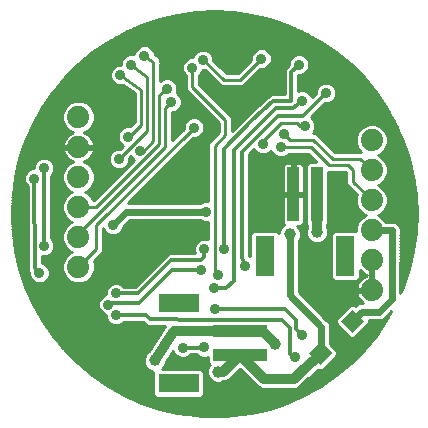
<source format=gbl>
G75*
G70*
%OFA0B0*%
%FSLAX24Y24*%
%IPPOS*%
%LPD*%
%AMOC8*
5,1,8,0,0,1.08239X$1,22.5*
%
%ADD10C,0.0740*%
%ADD11R,0.0394X0.1811*%
%ADD12R,0.0630X0.1339*%
%ADD13R,0.1811X0.0394*%
%ADD14R,0.1339X0.0630*%
%ADD15R,0.0551X0.0551*%
%ADD16C,0.0357*%
%ADD17C,0.0100*%
%ADD18C,0.0320*%
%ADD19C,0.0240*%
%ADD20C,0.0396*%
%ADD21C,0.0120*%
D10*
X003059Y005809D03*
X003059Y006809D03*
X003059Y007809D03*
X003059Y008809D03*
X003059Y009809D03*
X003059Y010809D03*
X012834Y010034D03*
X012834Y009034D03*
X012834Y008034D03*
X012834Y007034D03*
X012834Y006034D03*
X012834Y005034D03*
D11*
X011001Y008234D03*
X010213Y008234D03*
D12*
X009268Y006186D03*
X011946Y006186D03*
D13*
X008446Y003673D03*
X008446Y002885D03*
D14*
X006398Y001940D03*
X006398Y004618D03*
D15*
G36*
X011518Y002940D02*
X011130Y002552D01*
X010742Y002940D01*
X011130Y003328D01*
X011518Y002940D01*
G37*
G36*
X012576Y003998D02*
X012188Y003610D01*
X011800Y003998D01*
X012188Y004386D01*
X012576Y003998D01*
G37*
D16*
X010509Y003559D03*
X010279Y002819D03*
X010569Y002409D03*
X007599Y004409D03*
X007579Y005099D03*
X007709Y005559D03*
X007159Y005699D03*
X007259Y006409D03*
X007209Y007059D03*
X006809Y007209D03*
X007309Y007659D03*
X007259Y008159D03*
X007259Y008559D03*
X006109Y008359D03*
X005109Y009684D03*
X004709Y010159D03*
X004409Y009409D03*
X004259Y008909D03*
X004209Y007209D03*
X005069Y005899D03*
X004319Y004929D03*
X004059Y004559D03*
X004309Y004209D03*
X003549Y003139D03*
X003939Y002789D03*
X003479Y002659D03*
X001759Y005609D03*
X001909Y006509D03*
X001589Y008759D03*
X001909Y009109D03*
X004459Y012209D03*
X004809Y012559D03*
X005259Y012859D03*
X006009Y011759D03*
X006159Y011309D03*
X006509Y010859D03*
X006909Y010459D03*
X007359Y012009D03*
X006859Y012459D03*
X007209Y012709D03*
X008449Y013049D03*
X009159Y012759D03*
X009409Y011659D03*
X010409Y012559D03*
X011309Y011609D03*
X010509Y011359D03*
X010609Y010509D03*
X009909Y010259D03*
X009809Y009809D03*
X009209Y009909D03*
X007919Y006409D03*
X008609Y005859D03*
X007243Y003133D03*
X006543Y003123D03*
D17*
X005260Y002826D02*
X002804Y002826D01*
X002706Y002925D02*
X005314Y002925D01*
X005291Y002902D02*
X005395Y003005D01*
X005419Y003015D01*
X005950Y003827D01*
X005951Y003831D01*
X005443Y003833D01*
X005348Y003833D01*
X005347Y003833D01*
X005280Y003901D01*
X005202Y003979D01*
X004572Y003979D01*
X004506Y003914D01*
X004378Y003861D01*
X004240Y003861D01*
X004112Y003914D01*
X004014Y004012D01*
X003961Y004140D01*
X003961Y004223D01*
X003862Y004264D01*
X003764Y004362D01*
X003711Y004490D01*
X003711Y004628D01*
X003764Y004756D01*
X003862Y004854D01*
X003971Y004900D01*
X003971Y004998D01*
X004024Y005126D01*
X004122Y005224D01*
X004250Y005277D01*
X004388Y005277D01*
X004516Y005224D01*
X004582Y005159D01*
X004943Y005159D01*
X005929Y006154D01*
X005929Y006154D01*
X005996Y006221D01*
X006063Y006289D01*
X006063Y006289D01*
X006064Y006289D01*
X006159Y006289D01*
X006253Y006289D01*
X006254Y006289D01*
X006932Y006289D01*
X006911Y006340D01*
X006911Y006478D01*
X006964Y006606D01*
X007062Y006704D01*
X007190Y006757D01*
X007328Y006757D01*
X007389Y006732D01*
X007389Y007315D01*
X007378Y007311D01*
X007240Y007311D01*
X007112Y007364D01*
X007106Y007369D01*
X004779Y007369D01*
X004557Y007147D01*
X004557Y007140D01*
X004504Y007012D01*
X004406Y006914D01*
X004278Y006861D01*
X004140Y006861D01*
X004012Y006914D01*
X003914Y007012D01*
X003879Y007095D01*
X003879Y006318D01*
X003750Y006189D01*
X003563Y006002D01*
X003599Y005916D01*
X003599Y005702D01*
X003517Y005503D01*
X003365Y005351D01*
X003166Y005269D01*
X002952Y005269D01*
X002753Y005351D01*
X002601Y005503D01*
X002519Y005702D01*
X002519Y005916D01*
X002601Y006115D01*
X002753Y006267D01*
X002855Y006309D01*
X002753Y006351D01*
X002601Y006503D01*
X002519Y006702D01*
X002519Y006916D01*
X002601Y007115D01*
X002753Y007267D01*
X002855Y007309D01*
X002753Y007351D01*
X002601Y007503D01*
X002519Y007702D01*
X002519Y007916D01*
X002601Y008115D01*
X002753Y008267D01*
X002855Y008309D01*
X002753Y008351D01*
X002601Y008503D01*
X002519Y008702D01*
X002519Y008916D01*
X002601Y009115D01*
X002753Y009267D01*
X002881Y009320D01*
X002859Y009327D01*
X002786Y009364D01*
X002720Y009412D01*
X002662Y009470D01*
X002614Y009536D01*
X002577Y009609D01*
X002552Y009687D01*
X002540Y009759D01*
X003009Y009759D01*
X003009Y009859D01*
X002540Y009859D01*
X002552Y009931D01*
X002577Y010009D01*
X002614Y010082D01*
X002662Y010148D01*
X002720Y010206D01*
X002786Y010254D01*
X002859Y010291D01*
X002881Y010298D01*
X002753Y010351D01*
X002601Y010503D01*
X002519Y010702D01*
X002519Y010916D01*
X002601Y011115D01*
X002753Y011267D01*
X002952Y011349D01*
X003166Y011349D01*
X003365Y011267D01*
X003517Y011115D01*
X003599Y010916D01*
X003599Y010702D01*
X003517Y010503D01*
X003365Y010351D01*
X003237Y010298D01*
X003259Y010291D01*
X003332Y010254D01*
X003398Y010206D01*
X003456Y010148D01*
X003504Y010082D01*
X003541Y010009D01*
X003566Y009931D01*
X003578Y009859D01*
X003109Y009859D01*
X003109Y009759D01*
X003578Y009759D01*
X003566Y009687D01*
X003541Y009609D01*
X003504Y009536D01*
X003456Y009470D01*
X003398Y009412D01*
X003332Y009364D01*
X003259Y009327D01*
X003237Y009320D01*
X003365Y009267D01*
X003517Y009115D01*
X003599Y008916D01*
X003599Y008702D01*
X003517Y008503D01*
X003365Y008351D01*
X003263Y008309D01*
X003365Y008267D01*
X003517Y008115D01*
X003552Y008029D01*
X003568Y008029D01*
X004923Y009384D01*
X004912Y009389D01*
X004814Y009487D01*
X004809Y009498D01*
X004757Y009446D01*
X004757Y009340D01*
X004704Y009212D01*
X004606Y009114D01*
X004478Y009061D01*
X004340Y009061D01*
X004212Y009114D01*
X004114Y009212D01*
X004061Y009340D01*
X004061Y009478D01*
X004114Y009606D01*
X004212Y009704D01*
X004340Y009757D01*
X004446Y009757D01*
X004541Y009852D01*
X004512Y009864D01*
X004414Y009962D01*
X004361Y010090D01*
X004361Y010228D01*
X004414Y010356D01*
X004512Y010454D01*
X004640Y010507D01*
X004778Y010507D01*
X004791Y010502D01*
X004939Y010650D01*
X004939Y011596D01*
X004554Y011871D01*
X004528Y011861D01*
X004390Y011861D01*
X004262Y011914D01*
X004164Y012012D01*
X004111Y012140D01*
X004111Y012278D01*
X004164Y012406D01*
X004262Y012504D01*
X004390Y012557D01*
X004461Y012557D01*
X004461Y012628D01*
X004514Y012756D01*
X004612Y012854D01*
X004740Y012907D01*
X004878Y012907D01*
X004911Y012894D01*
X004911Y012928D01*
X004964Y013056D01*
X005062Y013154D01*
X005190Y013207D01*
X005328Y013207D01*
X005456Y013154D01*
X005554Y013056D01*
X005607Y012928D01*
X005607Y012891D01*
X005626Y012879D01*
X005650Y012879D01*
X005699Y012830D01*
X005757Y012792D01*
X005762Y012767D01*
X005779Y012750D01*
X005779Y012681D01*
X005793Y012613D01*
X005779Y012592D01*
X005779Y012022D01*
X005812Y012054D01*
X005940Y012107D01*
X006078Y012107D01*
X006206Y012054D01*
X006304Y011956D01*
X006357Y011828D01*
X006357Y011690D01*
X006327Y011617D01*
X006356Y011604D01*
X006454Y011506D01*
X006507Y011378D01*
X006507Y011240D01*
X006454Y011112D01*
X006356Y011014D01*
X006228Y010961D01*
X006179Y010961D01*
X006179Y010040D01*
X006561Y010422D01*
X006561Y010528D01*
X006614Y010656D01*
X006712Y010754D01*
X006840Y010807D01*
X006978Y010807D01*
X007106Y010754D01*
X007204Y010656D01*
X007257Y010528D01*
X007257Y010390D01*
X007204Y010262D01*
X007106Y010164D01*
X006978Y010111D01*
X006872Y010111D01*
X004710Y007949D01*
X007106Y007949D01*
X007112Y007954D01*
X007240Y008007D01*
X007378Y008007D01*
X007389Y008003D01*
X007389Y009950D01*
X007739Y010300D01*
X007739Y010618D01*
X006768Y011589D01*
X006639Y011718D01*
X006639Y012186D01*
X006564Y012262D01*
X006511Y012390D01*
X006511Y012528D01*
X006564Y012656D01*
X006662Y012754D01*
X006790Y012807D01*
X006873Y012807D01*
X006914Y012906D01*
X007012Y013004D01*
X007140Y013057D01*
X007278Y013057D01*
X007406Y013004D01*
X007504Y012906D01*
X007557Y012778D01*
X007557Y012686D01*
X007995Y012279D01*
X008368Y012279D01*
X008811Y012722D01*
X008811Y012828D01*
X008864Y012956D01*
X008962Y013054D01*
X009090Y013107D01*
X009228Y013107D01*
X009356Y013054D01*
X009454Y012956D01*
X009507Y012828D01*
X009507Y012690D01*
X009454Y012562D01*
X009356Y012464D01*
X009228Y012411D01*
X009122Y012411D01*
X008550Y011839D01*
X007913Y011839D01*
X007826Y011836D01*
X007823Y011839D01*
X007818Y011839D01*
X007756Y011901D01*
X007261Y012361D01*
X007195Y012361D01*
X007154Y012262D01*
X007079Y012186D01*
X007079Y011900D01*
X008179Y010800D01*
X008179Y010354D01*
X008633Y010808D01*
X008633Y010813D01*
X008699Y010875D01*
X008764Y010939D01*
X008769Y010939D01*
X009399Y011525D01*
X009464Y011589D01*
X009469Y011589D01*
X009472Y011592D01*
X009563Y011589D01*
X009929Y011589D01*
X009929Y012404D01*
X010061Y012536D01*
X010061Y012628D01*
X010114Y012756D01*
X010212Y012854D01*
X010340Y012907D01*
X010478Y012907D01*
X010606Y012854D01*
X010704Y012756D01*
X010757Y012628D01*
X010757Y012490D01*
X010704Y012362D01*
X010606Y012264D01*
X010478Y012211D01*
X010389Y012211D01*
X010389Y011686D01*
X010440Y011707D01*
X010578Y011707D01*
X010706Y011654D01*
X010804Y011556D01*
X010842Y011467D01*
X010961Y011586D01*
X010961Y011678D01*
X011014Y011806D01*
X011112Y011904D01*
X011240Y011957D01*
X011378Y011957D01*
X011506Y011904D01*
X011604Y011806D01*
X011657Y011678D01*
X011657Y011540D01*
X011604Y011412D01*
X011506Y011314D01*
X011378Y011261D01*
X011286Y011261D01*
X010818Y010793D01*
X010904Y010706D01*
X010905Y010706D02*
X013562Y010706D01*
X013617Y010608D02*
X010945Y010608D01*
X010957Y010578D02*
X010904Y010706D01*
X010830Y010805D02*
X013507Y010805D01*
X013452Y010903D02*
X010928Y010903D01*
X011027Y011002D02*
X013397Y011002D01*
X013342Y011100D02*
X011125Y011100D01*
X011224Y011199D02*
X013279Y011199D01*
X013322Y011136D02*
X013625Y010592D01*
X013877Y010021D01*
X014075Y009430D01*
X014218Y008823D01*
X014304Y008206D01*
X014333Y007583D01*
X014304Y006960D01*
X014218Y006343D01*
X014075Y005736D01*
X013877Y005145D01*
X013784Y004933D01*
X013793Y006976D01*
X013793Y007033D01*
X013793Y007090D01*
X013793Y007091D01*
X013793Y007092D01*
X013771Y007144D01*
X013750Y007197D01*
X013749Y007198D01*
X013708Y007239D01*
X013668Y007279D01*
X013668Y007279D01*
X013667Y007280D01*
X013615Y007302D01*
X013562Y007324D01*
X013561Y007324D01*
X013504Y007324D01*
X013447Y007324D01*
X013446Y007324D01*
X013298Y007324D01*
X013292Y007340D01*
X013140Y007492D01*
X013038Y007534D01*
X013140Y007576D01*
X013292Y007728D01*
X013374Y007927D01*
X013374Y008141D01*
X013292Y008340D01*
X013140Y008492D01*
X013038Y008534D01*
X013140Y008576D01*
X013292Y008728D01*
X013374Y008927D01*
X013374Y009141D01*
X013292Y009340D01*
X013140Y009492D01*
X013038Y009534D01*
X013140Y009576D01*
X013292Y009728D01*
X013374Y009927D01*
X013374Y010141D01*
X013292Y010340D01*
X013140Y010492D01*
X012941Y010574D01*
X012727Y010574D01*
X012528Y010492D01*
X012376Y010340D01*
X012294Y010141D01*
X012294Y009927D01*
X012376Y009728D01*
X012475Y009629D01*
X011618Y009629D01*
X011103Y010144D01*
X010974Y010273D01*
X010866Y010273D01*
X010904Y010312D01*
X010957Y010440D01*
X010957Y010578D01*
X010957Y010509D02*
X012570Y010509D01*
X012447Y010411D02*
X010945Y010411D01*
X010905Y010312D02*
X012365Y010312D01*
X012324Y010214D02*
X011034Y010214D01*
X011132Y010115D02*
X012294Y010115D01*
X012294Y010017D02*
X011231Y010017D01*
X011329Y009918D02*
X012298Y009918D01*
X012338Y009820D02*
X011428Y009820D01*
X011526Y009721D02*
X012383Y009721D01*
X012459Y009409D02*
X011527Y009409D01*
X010883Y010053D01*
X010115Y010053D01*
X009909Y010259D01*
X009809Y010609D02*
X010359Y010609D01*
X010459Y010509D01*
X010609Y010509D01*
X010797Y009809D02*
X009809Y009809D01*
X010082Y009589D02*
X010006Y009514D01*
X009878Y009461D01*
X009740Y009461D01*
X009612Y009514D01*
X009514Y009612D01*
X009482Y009689D01*
X009406Y009614D01*
X009278Y009561D01*
X009140Y009561D01*
X009012Y009614D01*
X008914Y009712D01*
X008906Y009731D01*
X008739Y009564D01*
X008739Y006182D01*
X008784Y006164D01*
X008784Y006926D01*
X008883Y007026D01*
X009654Y007026D01*
X009735Y006945D01*
X009735Y006966D01*
X009791Y007102D01*
X009895Y007205D01*
X009918Y007215D01*
X009896Y007236D01*
X009877Y007270D01*
X009866Y007308D01*
X009866Y008185D01*
X010165Y008185D01*
X010165Y008282D01*
X009866Y008282D01*
X009866Y009159D01*
X009877Y009197D01*
X009896Y009231D01*
X009924Y009259D01*
X009959Y009279D01*
X009997Y009289D01*
X010165Y009289D01*
X010165Y008282D01*
X010262Y008282D01*
X010560Y008282D01*
X010560Y009159D01*
X010550Y009197D01*
X010530Y009231D01*
X010502Y009259D01*
X010468Y009279D01*
X010430Y009289D01*
X010262Y009289D01*
X010262Y008282D01*
X010262Y008185D01*
X010560Y008185D01*
X010560Y007308D01*
X010550Y007270D01*
X010530Y007236D01*
X010502Y007208D01*
X010468Y007188D01*
X010430Y007178D01*
X010338Y007178D01*
X010415Y007102D01*
X010471Y006966D01*
X010471Y006820D01*
X010415Y006685D01*
X010393Y006662D01*
X010393Y004983D01*
X011324Y004052D01*
X011326Y004051D01*
X011365Y004011D01*
X011405Y003971D01*
X011406Y003970D01*
X011407Y003969D01*
X011428Y003917D01*
X011449Y003865D01*
X011449Y003863D01*
X011450Y003862D01*
X011449Y003805D01*
X011449Y003749D01*
X011448Y003748D01*
X011443Y003257D01*
X011690Y003010D01*
X011690Y002870D01*
X011200Y002380D01*
X011060Y002380D01*
X011054Y002386D01*
X010874Y002235D01*
X010864Y002212D01*
X010766Y002114D01*
X010722Y002095D01*
X010420Y001793D01*
X010299Y001743D01*
X009192Y001743D01*
X009071Y001793D01*
X008978Y001886D01*
X008446Y002419D01*
X008163Y002136D01*
X008070Y002043D01*
X007949Y001993D01*
X007878Y001993D01*
X007786Y001955D01*
X007640Y001955D01*
X007505Y002011D01*
X007401Y002115D01*
X007345Y002250D01*
X007345Y002396D01*
X007401Y002532D01*
X007429Y002559D01*
X007370Y002618D01*
X007370Y002809D01*
X007312Y002785D01*
X007174Y002785D01*
X007046Y002838D01*
X006990Y002893D01*
X006806Y002893D01*
X006740Y002828D01*
X006612Y002775D01*
X006474Y002775D01*
X006346Y002828D01*
X006248Y002926D01*
X006209Y003018D01*
X005971Y002653D01*
X005971Y002620D01*
X005915Y002485D01*
X005856Y002425D01*
X007138Y002425D01*
X007238Y002326D01*
X007238Y001555D01*
X007138Y001455D01*
X005659Y001455D01*
X005559Y001555D01*
X005559Y002325D01*
X005530Y002325D01*
X005395Y002381D01*
X005291Y002485D01*
X005235Y002620D01*
X005235Y002766D01*
X005291Y002902D01*
X005424Y003023D02*
X002607Y003023D01*
X002595Y003036D02*
X002196Y003515D01*
X001844Y004030D01*
X001541Y004574D01*
X001289Y005145D01*
X001091Y005736D01*
X000948Y006343D01*
X000862Y006960D01*
X000833Y007583D01*
X000862Y008206D01*
X000948Y008823D01*
X001091Y009430D01*
X001289Y010021D01*
X001541Y010592D01*
X001844Y011136D01*
X002196Y011651D01*
X002595Y012130D01*
X003036Y012571D01*
X003515Y012970D01*
X004030Y013322D01*
X004574Y013625D01*
X005145Y013877D01*
X005736Y014075D01*
X006343Y014218D01*
X006960Y014304D01*
X007583Y014333D01*
X008206Y014304D01*
X008823Y014218D01*
X009430Y014075D01*
X010021Y013877D01*
X010592Y013625D01*
X011136Y013322D01*
X011651Y012970D01*
X012130Y012571D01*
X012571Y012130D01*
X012970Y011651D01*
X013322Y011136D01*
X013212Y011297D02*
X011466Y011297D01*
X011588Y011396D02*
X013145Y011396D01*
X013077Y011494D02*
X011639Y011494D01*
X011657Y011593D02*
X013010Y011593D01*
X012936Y011691D02*
X011652Y011691D01*
X011611Y011790D02*
X012854Y011790D01*
X012773Y011888D02*
X011523Y011888D01*
X011095Y011888D02*
X010389Y011888D01*
X010389Y011790D02*
X011007Y011790D01*
X010966Y011691D02*
X010618Y011691D01*
X010768Y011593D02*
X010961Y011593D01*
X010869Y011494D02*
X010830Y011494D01*
X010400Y011691D02*
X010389Y011691D01*
X010389Y011987D02*
X012691Y011987D01*
X012609Y012085D02*
X010389Y012085D01*
X010389Y012184D02*
X012518Y012184D01*
X012420Y012282D02*
X010625Y012282D01*
X010712Y012381D02*
X012321Y012381D01*
X012223Y012479D02*
X010753Y012479D01*
X010757Y012578D02*
X012123Y012578D01*
X012004Y012676D02*
X010738Y012676D01*
X010686Y012775D02*
X011886Y012775D01*
X011767Y012873D02*
X010561Y012873D01*
X010257Y012873D02*
X009489Y012873D01*
X009507Y012775D02*
X010132Y012775D01*
X010080Y012676D02*
X009502Y012676D01*
X009461Y012578D02*
X010061Y012578D01*
X010004Y012479D02*
X009372Y012479D01*
X009092Y012381D02*
X009929Y012381D01*
X009929Y012282D02*
X008993Y012282D01*
X008895Y012184D02*
X009929Y012184D01*
X009929Y012085D02*
X008796Y012085D01*
X008698Y011987D02*
X009929Y011987D01*
X009929Y011888D02*
X008599Y011888D01*
X008459Y012059D02*
X009159Y012759D01*
X008811Y012775D02*
X007557Y012775D01*
X007568Y012676D02*
X008765Y012676D01*
X008666Y012578D02*
X007674Y012578D01*
X007780Y012479D02*
X008568Y012479D01*
X008469Y012381D02*
X007886Y012381D01*
X007992Y012282D02*
X008371Y012282D01*
X008459Y012059D02*
X007909Y012059D01*
X007209Y012709D01*
X006979Y012972D02*
X005590Y012972D01*
X005541Y013070D02*
X008999Y013070D01*
X008879Y012972D02*
X007439Y012972D01*
X007518Y012873D02*
X008829Y012873D01*
X009319Y013070D02*
X011504Y013070D01*
X011360Y013169D02*
X005422Y013169D01*
X005096Y013169D02*
X003806Y013169D01*
X003949Y013267D02*
X011217Y013267D01*
X011058Y013366D02*
X004108Y013366D01*
X004285Y013464D02*
X010881Y013464D01*
X010705Y013563D02*
X004462Y013563D01*
X004655Y013661D02*
X010511Y013661D01*
X010288Y013760D02*
X004878Y013760D01*
X005101Y013858D02*
X010065Y013858D01*
X009785Y013957D02*
X005381Y013957D01*
X005675Y014055D02*
X009491Y014055D01*
X009098Y014154D02*
X006068Y014154D01*
X006586Y014252D02*
X008580Y014252D01*
X009439Y012972D02*
X011648Y012972D01*
X010159Y011359D02*
X010109Y011359D01*
X009929Y011593D02*
X007387Y011593D01*
X007288Y011691D02*
X009929Y011691D01*
X009929Y011790D02*
X007190Y011790D01*
X007091Y011888D02*
X007769Y011888D01*
X007664Y011987D02*
X007079Y011987D01*
X007079Y012085D02*
X007558Y012085D01*
X007452Y012184D02*
X007079Y012184D01*
X007163Y012282D02*
X007345Y012282D01*
X006859Y012459D02*
X006859Y011809D01*
X007959Y010709D01*
X007959Y010209D01*
X007609Y009859D01*
X007609Y005759D01*
X007709Y005559D01*
X006911Y006372D02*
X003879Y006372D01*
X003879Y006471D02*
X006911Y006471D01*
X006948Y006569D02*
X003879Y006569D01*
X003879Y006668D02*
X007025Y006668D01*
X007389Y006766D02*
X003879Y006766D01*
X003879Y006865D02*
X004130Y006865D01*
X004288Y006865D02*
X007389Y006865D01*
X007389Y006963D02*
X004456Y006963D01*
X004525Y007062D02*
X007389Y007062D01*
X007389Y007160D02*
X004570Y007160D01*
X004669Y007259D02*
X007389Y007259D01*
X007128Y007357D02*
X004767Y007357D01*
X004808Y008047D02*
X007389Y008047D01*
X007389Y008145D02*
X004906Y008145D01*
X005005Y008244D02*
X007389Y008244D01*
X007389Y008342D02*
X005103Y008342D01*
X005202Y008441D02*
X007389Y008441D01*
X007389Y008539D02*
X005300Y008539D01*
X005399Y008638D02*
X007389Y008638D01*
X007389Y008736D02*
X005497Y008736D01*
X005596Y008835D02*
X007389Y008835D01*
X007389Y008933D02*
X005694Y008933D01*
X005793Y009032D02*
X007389Y009032D01*
X007389Y009130D02*
X005891Y009130D01*
X005990Y009229D02*
X007389Y009229D01*
X007389Y009327D02*
X006088Y009327D01*
X006187Y009426D02*
X007389Y009426D01*
X007389Y009524D02*
X006285Y009524D01*
X006384Y009623D02*
X007389Y009623D01*
X007389Y009721D02*
X006482Y009721D01*
X006581Y009820D02*
X007389Y009820D01*
X007389Y009918D02*
X006679Y009918D01*
X006778Y010017D02*
X007455Y010017D01*
X007554Y010115D02*
X006989Y010115D01*
X007156Y010214D02*
X007652Y010214D01*
X007739Y010312D02*
X007225Y010312D01*
X007257Y010411D02*
X007739Y010411D01*
X007739Y010509D02*
X007257Y010509D01*
X007225Y010608D02*
X007739Y010608D01*
X007651Y010706D02*
X007155Y010706D01*
X006985Y010805D02*
X007552Y010805D01*
X007454Y010903D02*
X006179Y010903D01*
X006179Y010805D02*
X006833Y010805D01*
X006663Y010706D02*
X006179Y010706D01*
X006179Y010608D02*
X006593Y010608D01*
X006561Y010509D02*
X006179Y010509D01*
X006179Y010411D02*
X006549Y010411D01*
X006451Y010312D02*
X006179Y010312D01*
X006179Y010214D02*
X006352Y010214D01*
X006254Y010115D02*
X006179Y010115D01*
X005959Y009809D02*
X005959Y011109D01*
X006159Y011309D01*
X006368Y011593D02*
X006764Y011593D01*
X006666Y011691D02*
X006357Y011691D01*
X006357Y011790D02*
X006639Y011790D01*
X006639Y011888D02*
X006333Y011888D01*
X006274Y011987D02*
X006639Y011987D01*
X006639Y012085D02*
X006132Y012085D01*
X005886Y012085D02*
X005779Y012085D01*
X005779Y012184D02*
X006639Y012184D01*
X006555Y012282D02*
X005779Y012282D01*
X005779Y012381D02*
X006514Y012381D01*
X006511Y012479D02*
X005779Y012479D01*
X005779Y012578D02*
X006531Y012578D01*
X006583Y012676D02*
X005780Y012676D01*
X005760Y012775D02*
X006710Y012775D01*
X006900Y012873D02*
X005656Y012873D01*
X005559Y012659D02*
X005259Y012859D01*
X004929Y012972D02*
X003518Y012972D01*
X003399Y012873D02*
X004657Y012873D01*
X004532Y012775D02*
X003280Y012775D01*
X003162Y012676D02*
X004480Y012676D01*
X004461Y012578D02*
X003043Y012578D01*
X002943Y012479D02*
X004236Y012479D01*
X004153Y012381D02*
X002845Y012381D01*
X002746Y012282D02*
X004112Y012282D01*
X004111Y012184D02*
X002648Y012184D01*
X002557Y012085D02*
X004133Y012085D01*
X004189Y011987D02*
X002475Y011987D01*
X002393Y011888D02*
X004323Y011888D01*
X004459Y012209D02*
X005159Y011709D01*
X005159Y010559D01*
X004759Y010159D01*
X004709Y010159D01*
X004457Y009918D02*
X003568Y009918D01*
X003537Y010017D02*
X004391Y010017D01*
X004361Y010115D02*
X003479Y010115D01*
X003387Y010214D02*
X004361Y010214D01*
X004395Y010312D02*
X003270Y010312D01*
X003424Y010411D02*
X004468Y010411D01*
X004798Y010509D02*
X003519Y010509D01*
X003560Y010608D02*
X004896Y010608D01*
X004939Y010706D02*
X003599Y010706D01*
X003599Y010805D02*
X004939Y010805D01*
X004939Y010903D02*
X003599Y010903D01*
X003564Y011002D02*
X004939Y011002D01*
X004939Y011100D02*
X003523Y011100D01*
X003433Y011199D02*
X004939Y011199D01*
X004939Y011297D02*
X003292Y011297D01*
X002826Y011297D02*
X001954Y011297D01*
X001887Y011199D02*
X002685Y011199D01*
X002595Y011100D02*
X001824Y011100D01*
X001769Y011002D02*
X002554Y011002D01*
X002519Y010903D02*
X001714Y010903D01*
X001659Y010805D02*
X002519Y010805D01*
X002519Y010706D02*
X001604Y010706D01*
X001549Y010608D02*
X002558Y010608D01*
X002599Y010509D02*
X001504Y010509D01*
X001461Y010411D02*
X002694Y010411D01*
X002848Y010312D02*
X001417Y010312D01*
X001374Y010214D02*
X002731Y010214D01*
X002639Y010115D02*
X001330Y010115D01*
X001287Y010017D02*
X002581Y010017D01*
X002550Y009918D02*
X001254Y009918D01*
X001221Y009820D02*
X003009Y009820D01*
X003109Y009820D02*
X004508Y009820D01*
X004252Y009721D02*
X003572Y009721D01*
X003545Y009623D02*
X004130Y009623D01*
X004080Y009524D02*
X003495Y009524D01*
X003411Y009426D02*
X004061Y009426D01*
X004066Y009327D02*
X003258Y009327D01*
X003403Y009229D02*
X004107Y009229D01*
X004195Y009130D02*
X003502Y009130D01*
X003551Y009032D02*
X004570Y009032D01*
X004623Y009130D02*
X004669Y009130D01*
X004711Y009229D02*
X004767Y009229D01*
X004752Y009327D02*
X004866Y009327D01*
X004875Y009426D02*
X004757Y009426D01*
X004409Y009409D02*
X005359Y010359D01*
X005359Y012159D01*
X004809Y012559D01*
X004977Y013070D02*
X003662Y013070D01*
X004668Y011790D02*
X002312Y011790D01*
X002230Y011691D02*
X004806Y011691D01*
X004939Y011593D02*
X002157Y011593D01*
X002089Y011494D02*
X004939Y011494D01*
X004939Y011396D02*
X002022Y011396D01*
X002546Y009721D02*
X001188Y009721D01*
X001155Y009623D02*
X002573Y009623D01*
X002623Y009524D02*
X001122Y009524D01*
X001090Y009426D02*
X001763Y009426D01*
X001712Y009404D02*
X001614Y009306D01*
X001561Y009178D01*
X001561Y009107D01*
X001520Y009107D01*
X001392Y009054D01*
X001294Y008956D01*
X001241Y008828D01*
X001241Y008690D01*
X001294Y008562D01*
X001360Y008495D01*
X001369Y005782D01*
X001366Y005691D01*
X001369Y005687D01*
X001369Y005683D01*
X001411Y005642D01*
X001411Y005540D01*
X001464Y005412D01*
X001562Y005314D01*
X001690Y005261D01*
X001828Y005261D01*
X001956Y005314D01*
X002054Y005412D01*
X002107Y005540D01*
X002107Y005678D01*
X002054Y005806D01*
X001956Y005904D01*
X001828Y005957D01*
X001828Y006166D01*
X001840Y006161D01*
X001978Y006161D01*
X002106Y006214D01*
X002204Y006312D01*
X002257Y006440D01*
X002257Y006578D01*
X002204Y006706D01*
X002139Y006772D01*
X002139Y008846D01*
X002204Y008912D01*
X002257Y009040D01*
X002257Y009178D01*
X002204Y009306D01*
X002106Y009404D01*
X001978Y009457D01*
X001840Y009457D01*
X001712Y009404D01*
X001634Y009327D02*
X001066Y009327D01*
X001043Y009229D02*
X001581Y009229D01*
X001561Y009130D02*
X001020Y009130D01*
X000997Y009032D02*
X001369Y009032D01*
X001284Y008933D02*
X000974Y008933D01*
X000951Y008835D02*
X001243Y008835D01*
X001241Y008736D02*
X000936Y008736D01*
X000922Y008638D02*
X001262Y008638D01*
X001316Y008539D02*
X000908Y008539D01*
X000895Y008441D02*
X001360Y008441D01*
X001360Y008342D02*
X000881Y008342D01*
X000867Y008244D02*
X001361Y008244D01*
X001361Y008145D02*
X000859Y008145D01*
X000854Y008047D02*
X001361Y008047D01*
X001362Y007948D02*
X000850Y007948D01*
X000845Y007850D02*
X001362Y007850D01*
X001362Y007751D02*
X000841Y007751D01*
X000836Y007653D02*
X001363Y007653D01*
X001363Y007554D02*
X000834Y007554D01*
X000839Y007456D02*
X001363Y007456D01*
X001364Y007357D02*
X000843Y007357D01*
X000848Y007259D02*
X001364Y007259D01*
X001364Y007160D02*
X000853Y007160D01*
X000857Y007062D02*
X001365Y007062D01*
X001365Y006963D02*
X000862Y006963D01*
X000875Y006865D02*
X001365Y006865D01*
X001366Y006766D02*
X000889Y006766D01*
X000903Y006668D02*
X001366Y006668D01*
X001366Y006569D02*
X000916Y006569D01*
X000930Y006471D02*
X001367Y006471D01*
X001367Y006372D02*
X000944Y006372D01*
X000964Y006274D02*
X001367Y006274D01*
X001368Y006175D02*
X000987Y006175D01*
X001011Y006077D02*
X001368Y006077D01*
X001368Y005978D02*
X001034Y005978D01*
X001057Y005880D02*
X001369Y005880D01*
X001369Y005781D02*
X001080Y005781D01*
X001109Y005683D02*
X001370Y005683D01*
X001411Y005584D02*
X001142Y005584D01*
X001175Y005486D02*
X001433Y005486D01*
X001488Y005387D02*
X001208Y005387D01*
X001241Y005289D02*
X001622Y005289D01*
X001896Y005289D02*
X002904Y005289D01*
X002717Y005387D02*
X002030Y005387D01*
X002085Y005486D02*
X002619Y005486D01*
X002568Y005584D02*
X002107Y005584D01*
X002106Y005683D02*
X002527Y005683D01*
X002519Y005781D02*
X002065Y005781D01*
X001981Y005880D02*
X002519Y005880D01*
X002545Y005978D02*
X001828Y005978D01*
X001828Y006077D02*
X002585Y006077D01*
X002661Y006175D02*
X002013Y006175D01*
X002166Y006274D02*
X002769Y006274D01*
X002732Y006372D02*
X002229Y006372D01*
X002257Y006471D02*
X002634Y006471D01*
X002574Y006569D02*
X002257Y006569D01*
X002220Y006668D02*
X002533Y006668D01*
X002519Y006766D02*
X002145Y006766D01*
X002139Y006865D02*
X002519Y006865D01*
X002538Y006963D02*
X002139Y006963D01*
X002139Y007062D02*
X002579Y007062D01*
X002646Y007160D02*
X002139Y007160D01*
X002139Y007259D02*
X002745Y007259D01*
X002747Y007357D02*
X002139Y007357D01*
X002139Y007456D02*
X002649Y007456D01*
X002580Y007554D02*
X002139Y007554D01*
X002139Y007653D02*
X002539Y007653D01*
X002519Y007751D02*
X002139Y007751D01*
X002139Y007850D02*
X002519Y007850D01*
X002532Y007948D02*
X002139Y007948D01*
X002139Y008047D02*
X002573Y008047D01*
X002631Y008145D02*
X002139Y008145D01*
X002139Y008244D02*
X002730Y008244D01*
X002775Y008342D02*
X002139Y008342D01*
X002139Y008441D02*
X002664Y008441D01*
X002586Y008539D02*
X002139Y008539D01*
X002139Y008638D02*
X002546Y008638D01*
X002519Y008736D02*
X002139Y008736D01*
X002139Y008835D02*
X002519Y008835D01*
X002526Y008933D02*
X002213Y008933D01*
X002254Y009032D02*
X002567Y009032D01*
X002616Y009130D02*
X002257Y009130D01*
X002237Y009229D02*
X002715Y009229D01*
X002860Y009327D02*
X002184Y009327D01*
X002055Y009426D02*
X002707Y009426D01*
X003592Y008933D02*
X004472Y008933D01*
X004373Y008835D02*
X003599Y008835D01*
X003599Y008736D02*
X004275Y008736D01*
X004176Y008638D02*
X003572Y008638D01*
X003532Y008539D02*
X004078Y008539D01*
X003979Y008441D02*
X003454Y008441D01*
X003343Y008342D02*
X003881Y008342D01*
X003782Y008244D02*
X003388Y008244D01*
X003487Y008145D02*
X003684Y008145D01*
X003585Y008047D02*
X003545Y008047D01*
X003659Y007809D02*
X005759Y009909D01*
X005759Y011559D01*
X006009Y011759D01*
X006460Y011494D02*
X006863Y011494D01*
X006961Y011396D02*
X006500Y011396D01*
X006507Y011297D02*
X007060Y011297D01*
X007158Y011199D02*
X006490Y011199D01*
X006443Y011100D02*
X007257Y011100D01*
X007355Y011002D02*
X006327Y011002D01*
X006909Y010459D02*
X003659Y007209D01*
X003659Y006409D01*
X003059Y005809D01*
X003550Y005584D02*
X005364Y005584D01*
X005267Y005486D02*
X003499Y005486D01*
X003401Y005387D02*
X005169Y005387D01*
X005072Y005289D02*
X003214Y005289D01*
X003591Y005683D02*
X005462Y005683D01*
X005560Y005781D02*
X003599Y005781D01*
X003599Y005880D02*
X005657Y005880D01*
X005755Y005978D02*
X003573Y005978D01*
X003638Y006077D02*
X005853Y006077D01*
X005950Y006175D02*
X003736Y006175D01*
X003835Y006274D02*
X006048Y006274D01*
X004974Y005190D02*
X004551Y005190D01*
X004087Y005190D02*
X001274Y005190D01*
X001312Y005092D02*
X004009Y005092D01*
X003971Y004993D02*
X001356Y004993D01*
X001399Y004895D02*
X003959Y004895D01*
X003803Y004796D02*
X001443Y004796D01*
X001486Y004698D02*
X003739Y004698D01*
X003711Y004599D02*
X001530Y004599D01*
X001582Y004501D02*
X003711Y004501D01*
X003747Y004402D02*
X001637Y004402D01*
X001691Y004304D02*
X003822Y004304D01*
X003961Y004205D02*
X001746Y004205D01*
X001801Y004107D02*
X003974Y004107D01*
X004017Y004008D02*
X001859Y004008D01*
X001926Y003910D02*
X004122Y003910D01*
X004497Y003910D02*
X005271Y003910D01*
X005347Y003833D02*
X005347Y003833D01*
X005746Y003516D02*
X002196Y003516D01*
X002129Y003614D02*
X005810Y003614D01*
X005875Y003713D02*
X002061Y003713D01*
X001994Y003811D02*
X005939Y003811D01*
X005682Y003417D02*
X002278Y003417D01*
X002360Y003319D02*
X005617Y003319D01*
X005553Y003220D02*
X002442Y003220D01*
X002523Y003122D02*
X005489Y003122D01*
X005235Y002728D02*
X002903Y002728D01*
X003001Y002629D02*
X005235Y002629D01*
X005272Y002531D02*
X003113Y002531D01*
X003036Y002595D02*
X002595Y003036D01*
X003036Y002595D02*
X003515Y002196D01*
X004030Y001844D01*
X004574Y001541D01*
X005145Y001289D01*
X005736Y001091D01*
X006343Y000948D01*
X006960Y000862D01*
X007583Y000833D01*
X008206Y000862D01*
X008823Y000948D01*
X009430Y001091D01*
X010021Y001289D01*
X010592Y001541D01*
X011136Y001844D01*
X011651Y002196D01*
X012130Y002595D01*
X012571Y003036D01*
X012970Y003515D01*
X013322Y004030D01*
X013488Y004328D01*
X013319Y004159D01*
X013237Y004077D01*
X013131Y004033D01*
X012748Y004033D01*
X012748Y003928D01*
X012258Y003438D01*
X012118Y003438D01*
X011628Y003928D01*
X011628Y004068D01*
X012118Y004558D01*
X012258Y004558D01*
X012298Y004518D01*
X012349Y004569D01*
X012455Y004613D01*
X012529Y004613D01*
X012495Y004637D01*
X012437Y004695D01*
X012389Y004761D01*
X012352Y004834D01*
X012327Y004912D01*
X012315Y004984D01*
X012784Y004984D01*
X012784Y005084D01*
X012315Y005084D01*
X012327Y005156D01*
X012352Y005234D01*
X012389Y005307D01*
X012437Y005373D01*
X012495Y005431D01*
X012561Y005479D01*
X012634Y005516D01*
X012690Y005534D01*
X012634Y005552D01*
X012561Y005589D01*
X012495Y005637D01*
X012437Y005695D01*
X012431Y005705D01*
X012431Y005447D01*
X012331Y005347D01*
X011560Y005347D01*
X011461Y005447D01*
X011461Y006926D01*
X011560Y007026D01*
X012294Y007026D01*
X012294Y007141D01*
X012376Y007340D01*
X012528Y007492D01*
X012630Y007534D01*
X012528Y007576D01*
X012376Y007728D01*
X012294Y007927D01*
X012294Y008141D01*
X012330Y008227D01*
X012118Y008439D01*
X011989Y008568D01*
X011989Y008968D01*
X011974Y008983D01*
X011368Y008983D01*
X011368Y007258D01*
X011340Y007231D01*
X011341Y007132D01*
X011381Y007036D01*
X011381Y006890D01*
X011325Y006755D01*
X011222Y006651D01*
X011086Y006595D01*
X010940Y006595D01*
X010805Y006651D01*
X010701Y006755D01*
X010645Y006890D01*
X010645Y007036D01*
X010681Y007124D01*
X010681Y007211D01*
X010634Y007258D01*
X010634Y009210D01*
X010733Y009309D01*
X010986Y009309D01*
X010706Y009589D01*
X010082Y009589D01*
X010017Y009524D02*
X010771Y009524D01*
X010869Y009426D02*
X008739Y009426D01*
X008739Y009524D02*
X009601Y009524D01*
X009509Y009623D02*
X009415Y009623D01*
X009209Y009909D02*
X009159Y009959D01*
X009809Y010609D01*
X009154Y011297D02*
X007682Y011297D01*
X007584Y011396D02*
X009260Y011396D01*
X009366Y011494D02*
X007485Y011494D01*
X007781Y011199D02*
X009048Y011199D01*
X008942Y011100D02*
X007879Y011100D01*
X007978Y011002D02*
X008836Y011002D01*
X008728Y010903D02*
X008076Y010903D01*
X008175Y010805D02*
X008629Y010805D01*
X008531Y010706D02*
X008179Y010706D01*
X008179Y010608D02*
X008432Y010608D01*
X008334Y010509D02*
X008179Y010509D01*
X008179Y010411D02*
X008235Y010411D01*
X008896Y009721D02*
X008910Y009721D01*
X009003Y009623D02*
X008798Y009623D01*
X008739Y009327D02*
X010968Y009327D01*
X010653Y009229D02*
X010532Y009229D01*
X010560Y009130D02*
X010634Y009130D01*
X010634Y009032D02*
X010560Y009032D01*
X010560Y008933D02*
X010634Y008933D01*
X010634Y008835D02*
X010560Y008835D01*
X010560Y008736D02*
X010634Y008736D01*
X010634Y008638D02*
X010560Y008638D01*
X010560Y008539D02*
X010634Y008539D01*
X010634Y008441D02*
X010560Y008441D01*
X010560Y008342D02*
X010634Y008342D01*
X010634Y008244D02*
X010262Y008244D01*
X010165Y008244D02*
X008739Y008244D01*
X008739Y008342D02*
X009866Y008342D01*
X009866Y008441D02*
X008739Y008441D01*
X008739Y008539D02*
X009866Y008539D01*
X009866Y008638D02*
X008739Y008638D01*
X008739Y008736D02*
X009866Y008736D01*
X009866Y008835D02*
X008739Y008835D01*
X008739Y008933D02*
X009866Y008933D01*
X009866Y009032D02*
X008739Y009032D01*
X008739Y009130D02*
X009866Y009130D01*
X009895Y009229D02*
X008739Y009229D01*
X008739Y008145D02*
X009866Y008145D01*
X009866Y008047D02*
X008739Y008047D01*
X008739Y007948D02*
X009866Y007948D01*
X009866Y007850D02*
X008739Y007850D01*
X008739Y007751D02*
X009866Y007751D01*
X009866Y007653D02*
X008739Y007653D01*
X008739Y007554D02*
X009866Y007554D01*
X009866Y007456D02*
X008739Y007456D01*
X008739Y007357D02*
X009866Y007357D01*
X009884Y007259D02*
X008739Y007259D01*
X008739Y007160D02*
X009849Y007160D01*
X009774Y007062D02*
X008739Y007062D01*
X008739Y006963D02*
X008820Y006963D01*
X008784Y006865D02*
X008739Y006865D01*
X008739Y006766D02*
X008784Y006766D01*
X008784Y006668D02*
X008739Y006668D01*
X008739Y006569D02*
X008784Y006569D01*
X008784Y006471D02*
X008739Y006471D01*
X008739Y006372D02*
X008784Y006372D01*
X008784Y006274D02*
X008739Y006274D01*
X008757Y006175D02*
X008784Y006175D01*
X009717Y006963D02*
X009735Y006963D01*
X010357Y007160D02*
X010681Y007160D01*
X010655Y007062D02*
X010432Y007062D01*
X010471Y006963D02*
X010645Y006963D01*
X010655Y006865D02*
X010471Y006865D01*
X010449Y006766D02*
X010696Y006766D01*
X010788Y006668D02*
X010398Y006668D01*
X010393Y006569D02*
X011461Y006569D01*
X011461Y006471D02*
X010393Y006471D01*
X010393Y006372D02*
X011461Y006372D01*
X011461Y006274D02*
X010393Y006274D01*
X010393Y006175D02*
X011461Y006175D01*
X011461Y006077D02*
X010393Y006077D01*
X010393Y005978D02*
X011461Y005978D01*
X011461Y005880D02*
X010393Y005880D01*
X010393Y005781D02*
X011461Y005781D01*
X011461Y005683D02*
X010393Y005683D01*
X010393Y005584D02*
X011461Y005584D01*
X011461Y005486D02*
X010393Y005486D01*
X010393Y005387D02*
X011520Y005387D01*
X010777Y004599D02*
X012422Y004599D01*
X012436Y004698D02*
X010679Y004698D01*
X010580Y004796D02*
X012372Y004796D01*
X012333Y004895D02*
X010482Y004895D01*
X010393Y004993D02*
X012784Y004993D01*
X012784Y005084D02*
X012784Y005515D01*
X012784Y005984D01*
X012884Y005984D01*
X012884Y005084D01*
X012784Y005084D01*
X012784Y005092D02*
X012884Y005092D01*
X012884Y005190D02*
X012784Y005190D01*
X012784Y005289D02*
X012884Y005289D01*
X012884Y005387D02*
X012784Y005387D01*
X012784Y005486D02*
X012884Y005486D01*
X012884Y005584D02*
X012784Y005584D01*
X012784Y005683D02*
X012884Y005683D01*
X012884Y005781D02*
X012784Y005781D01*
X012784Y005880D02*
X012884Y005880D01*
X012884Y005978D02*
X012784Y005978D01*
X012450Y005683D02*
X012431Y005683D01*
X012431Y005584D02*
X012572Y005584D01*
X012575Y005486D02*
X012431Y005486D01*
X012452Y005387D02*
X012371Y005387D01*
X012380Y005289D02*
X010393Y005289D01*
X010393Y005190D02*
X012338Y005190D01*
X012317Y005092D02*
X010393Y005092D01*
X010876Y004501D02*
X012060Y004501D01*
X011962Y004402D02*
X010974Y004402D01*
X011073Y004304D02*
X011863Y004304D01*
X011765Y004205D02*
X011171Y004205D01*
X011270Y004107D02*
X011666Y004107D01*
X011628Y004008D02*
X011368Y004008D01*
X011430Y003910D02*
X011646Y003910D01*
X011745Y003811D02*
X011449Y003811D01*
X011448Y003713D02*
X011843Y003713D01*
X011942Y003614D02*
X011447Y003614D01*
X011446Y003516D02*
X012040Y003516D01*
X012336Y003516D02*
X012970Y003516D01*
X013037Y003614D02*
X012434Y003614D01*
X012533Y003713D02*
X013105Y003713D01*
X013172Y003811D02*
X012631Y003811D01*
X012730Y003910D02*
X013240Y003910D01*
X013307Y004008D02*
X012748Y004008D01*
X013267Y004107D02*
X013365Y004107D01*
X013365Y004205D02*
X013420Y004205D01*
X013464Y004304D02*
X013475Y004304D01*
X013784Y004993D02*
X013810Y004993D01*
X013785Y005092D02*
X013854Y005092D01*
X013892Y005190D02*
X013785Y005190D01*
X013785Y005289D02*
X013925Y005289D01*
X013958Y005387D02*
X013786Y005387D01*
X013786Y005486D02*
X013991Y005486D01*
X014024Y005584D02*
X013787Y005584D01*
X013787Y005683D02*
X014058Y005683D01*
X014086Y005781D02*
X013788Y005781D01*
X013788Y005880D02*
X014109Y005880D01*
X014132Y005978D02*
X013788Y005978D01*
X013789Y006077D02*
X014156Y006077D01*
X014179Y006175D02*
X013789Y006175D01*
X013790Y006274D02*
X014202Y006274D01*
X014222Y006372D02*
X013790Y006372D01*
X013791Y006471D02*
X014236Y006471D01*
X014250Y006569D02*
X013791Y006569D01*
X013791Y006668D02*
X014263Y006668D01*
X014277Y006766D02*
X013792Y006766D01*
X013792Y006865D02*
X014291Y006865D01*
X014304Y006963D02*
X013793Y006963D01*
X013793Y006976D02*
X013793Y006976D01*
X013793Y007062D02*
X014309Y007062D01*
X014313Y007160D02*
X013765Y007160D01*
X013749Y007198D02*
X013749Y007198D01*
X013689Y007259D02*
X014318Y007259D01*
X014323Y007357D02*
X013275Y007357D01*
X013176Y007456D02*
X014327Y007456D01*
X014332Y007554D02*
X013086Y007554D01*
X013216Y007653D02*
X014330Y007653D01*
X014325Y007751D02*
X013301Y007751D01*
X013342Y007850D02*
X014321Y007850D01*
X014316Y007948D02*
X013374Y007948D01*
X013374Y008047D02*
X014312Y008047D01*
X014307Y008145D02*
X013373Y008145D01*
X013332Y008244D02*
X014299Y008244D01*
X014285Y008342D02*
X013290Y008342D01*
X013191Y008441D02*
X014271Y008441D01*
X014258Y008539D02*
X013050Y008539D01*
X013201Y008638D02*
X014244Y008638D01*
X014230Y008736D02*
X013295Y008736D01*
X013336Y008835D02*
X014215Y008835D01*
X014192Y008933D02*
X013374Y008933D01*
X013374Y009032D02*
X014169Y009032D01*
X014146Y009130D02*
X013374Y009130D01*
X013338Y009229D02*
X014123Y009229D01*
X014100Y009327D02*
X013297Y009327D01*
X013206Y009426D02*
X014076Y009426D01*
X014044Y009524D02*
X013062Y009524D01*
X013186Y009623D02*
X014011Y009623D01*
X013978Y009721D02*
X013285Y009721D01*
X013330Y009820D02*
X013945Y009820D01*
X013912Y009918D02*
X013370Y009918D01*
X013374Y010017D02*
X013879Y010017D01*
X013836Y010115D02*
X013374Y010115D01*
X013344Y010214D02*
X013792Y010214D01*
X013749Y010312D02*
X013303Y010312D01*
X013221Y010411D02*
X013705Y010411D01*
X013662Y010509D02*
X013098Y010509D01*
X012459Y009409D02*
X012834Y009034D01*
X012209Y009059D02*
X012209Y008659D01*
X012834Y008034D01*
X012452Y007653D02*
X011368Y007653D01*
X011368Y007751D02*
X012367Y007751D01*
X012326Y007850D02*
X011368Y007850D01*
X011368Y007948D02*
X012294Y007948D01*
X012294Y008047D02*
X011368Y008047D01*
X011368Y008145D02*
X012296Y008145D01*
X012313Y008244D02*
X011368Y008244D01*
X011368Y008342D02*
X012215Y008342D01*
X012116Y008441D02*
X011368Y008441D01*
X011368Y008539D02*
X012018Y008539D01*
X011989Y008638D02*
X011368Y008638D01*
X011368Y008736D02*
X011989Y008736D01*
X011989Y008835D02*
X011368Y008835D01*
X011368Y008933D02*
X011989Y008933D01*
X012209Y009059D02*
X012059Y009209D01*
X012053Y009203D01*
X011403Y009203D01*
X010797Y009809D01*
X010262Y009229D02*
X010165Y009229D01*
X010165Y009130D02*
X010262Y009130D01*
X010262Y009032D02*
X010165Y009032D01*
X010165Y008933D02*
X010262Y008933D01*
X010262Y008835D02*
X010165Y008835D01*
X010165Y008736D02*
X010262Y008736D01*
X010262Y008638D02*
X010165Y008638D01*
X010165Y008539D02*
X010262Y008539D01*
X010262Y008441D02*
X010165Y008441D01*
X010165Y008342D02*
X010262Y008342D01*
X010560Y008145D02*
X010634Y008145D01*
X010634Y008047D02*
X010560Y008047D01*
X010560Y007948D02*
X010634Y007948D01*
X010634Y007850D02*
X010560Y007850D01*
X010560Y007751D02*
X010634Y007751D01*
X010634Y007653D02*
X010560Y007653D01*
X010560Y007554D02*
X010634Y007554D01*
X010634Y007456D02*
X010560Y007456D01*
X010560Y007357D02*
X010634Y007357D01*
X010634Y007259D02*
X010543Y007259D01*
X011341Y007160D02*
X012302Y007160D01*
X012294Y007062D02*
X011371Y007062D01*
X011381Y006963D02*
X011498Y006963D01*
X011461Y006865D02*
X011371Y006865D01*
X011330Y006766D02*
X011461Y006766D01*
X011461Y006668D02*
X011238Y006668D01*
X011368Y007259D02*
X012343Y007259D01*
X012393Y007357D02*
X011368Y007357D01*
X011368Y007456D02*
X012492Y007456D01*
X012582Y007554D02*
X011368Y007554D01*
X013561Y007324D02*
X013561Y007324D01*
X012888Y003417D02*
X011445Y003417D01*
X011444Y003319D02*
X012806Y003319D01*
X012725Y003220D02*
X011480Y003220D01*
X011579Y003122D02*
X012643Y003122D01*
X012559Y003023D02*
X011677Y003023D01*
X011690Y002925D02*
X012460Y002925D01*
X012362Y002826D02*
X011646Y002826D01*
X011548Y002728D02*
X012263Y002728D01*
X012165Y002629D02*
X011449Y002629D01*
X011351Y002531D02*
X012053Y002531D01*
X011935Y002432D02*
X011252Y002432D01*
X010991Y002334D02*
X011816Y002334D01*
X011697Y002235D02*
X010874Y002235D01*
X010789Y002137D02*
X011563Y002137D01*
X011420Y002038D02*
X010665Y002038D01*
X010566Y001940D02*
X011276Y001940D01*
X011131Y001841D02*
X010468Y001841D01*
X010600Y001546D02*
X007228Y001546D01*
X007238Y001644D02*
X010777Y001644D01*
X010954Y001743D02*
X007238Y001743D01*
X007238Y001841D02*
X009023Y001841D01*
X008925Y001940D02*
X007238Y001940D01*
X007238Y002038D02*
X007477Y002038D01*
X007392Y002137D02*
X007238Y002137D01*
X007238Y002235D02*
X007351Y002235D01*
X007345Y002334D02*
X007230Y002334D01*
X007360Y002432D02*
X005863Y002432D01*
X005934Y002531D02*
X007401Y002531D01*
X007370Y002629D02*
X005971Y002629D01*
X006020Y002728D02*
X007370Y002728D01*
X007074Y002826D02*
X006737Y002826D01*
X006350Y002826D02*
X006084Y002826D01*
X006148Y002925D02*
X006249Y002925D01*
X005509Y002334D02*
X003350Y002334D01*
X003231Y002432D02*
X005343Y002432D01*
X005559Y002235D02*
X003469Y002235D01*
X003603Y002137D02*
X005559Y002137D01*
X005559Y002038D02*
X003746Y002038D01*
X003890Y001940D02*
X005559Y001940D01*
X005559Y001841D02*
X004035Y001841D01*
X004212Y001743D02*
X005559Y001743D01*
X005559Y001644D02*
X004389Y001644D01*
X004566Y001546D02*
X005569Y001546D01*
X005554Y001152D02*
X009612Y001152D01*
X009906Y001250D02*
X005260Y001250D01*
X005009Y001349D02*
X010157Y001349D01*
X010380Y001447D02*
X004786Y001447D01*
X005896Y001053D02*
X009270Y001053D01*
X008851Y000955D02*
X006315Y000955D01*
X007085Y000856D02*
X008081Y000856D01*
X008058Y002038D02*
X008826Y002038D01*
X008728Y002137D02*
X008164Y002137D01*
X008262Y002235D02*
X008629Y002235D01*
X008531Y002334D02*
X008361Y002334D01*
X003962Y006963D02*
X003879Y006963D01*
X003879Y007062D02*
X003893Y007062D01*
X003659Y007809D02*
X003059Y007809D01*
X003059Y006909D02*
X005959Y009809D01*
X005559Y010009D02*
X005209Y009659D01*
X005109Y009684D01*
X005559Y010009D02*
X005559Y012659D01*
X003059Y006909D02*
X003059Y006809D01*
D18*
X006243Y003673D02*
X008446Y003673D01*
X009203Y003673D01*
X009623Y003253D01*
X010569Y002409D02*
X010233Y002073D01*
X009258Y002073D01*
X008446Y002885D01*
X007883Y002323D01*
X007713Y002323D01*
X006243Y003673D02*
X005603Y002693D01*
X010569Y002409D02*
X011149Y002899D01*
X011130Y002940D01*
X011013Y006963D02*
X011001Y008234D01*
D19*
X010103Y006893D02*
X010103Y004863D01*
X011159Y003807D01*
X011149Y002899D01*
X012188Y003998D02*
X012513Y004323D01*
X013073Y004323D01*
X013493Y004743D01*
X013503Y007034D01*
X012834Y007034D01*
X007309Y007659D02*
X004659Y007659D01*
X004209Y007209D01*
D20*
X005603Y002693D03*
X007713Y002323D03*
X009623Y003253D03*
X010103Y006893D03*
X011013Y006963D03*
D21*
X008609Y005909D02*
X008509Y006109D01*
X008509Y009659D01*
X009709Y010859D01*
X010559Y010859D01*
X011309Y011609D01*
X010509Y011359D02*
X010209Y011109D01*
X009659Y011109D01*
X008259Y009709D01*
X008259Y005349D01*
X007989Y005099D01*
X007579Y005099D01*
X007639Y004419D02*
X007599Y004409D01*
X007639Y004419D02*
X009949Y004419D01*
X010309Y004059D01*
X010309Y003759D01*
X010509Y003559D01*
X010109Y003784D02*
X010109Y002899D01*
X010279Y002819D01*
X010109Y003784D02*
X009844Y004059D01*
X007359Y004059D01*
X007243Y003133D02*
X007233Y003123D01*
X006543Y003123D01*
X005443Y004063D02*
X005297Y004209D01*
X004309Y004209D01*
X004159Y004609D02*
X004059Y004559D01*
X004159Y004609D02*
X005089Y004609D01*
X006179Y005699D01*
X007159Y005699D01*
X007159Y006059D02*
X007259Y006159D01*
X007259Y006409D01*
X007159Y006059D02*
X006159Y006059D01*
X005039Y004929D01*
X004319Y004929D01*
X001909Y006509D02*
X001909Y009109D01*
X001589Y008759D02*
X001599Y005779D01*
X001759Y005609D01*
X007919Y006409D02*
X007909Y009759D01*
X008859Y010709D01*
X009559Y011359D01*
X010109Y011359D01*
X010159Y011359D02*
X010159Y012309D01*
X010409Y012559D01*
X007359Y004059D02*
X005443Y004063D01*
X008609Y005859D02*
X008609Y005909D01*
M02*

</source>
